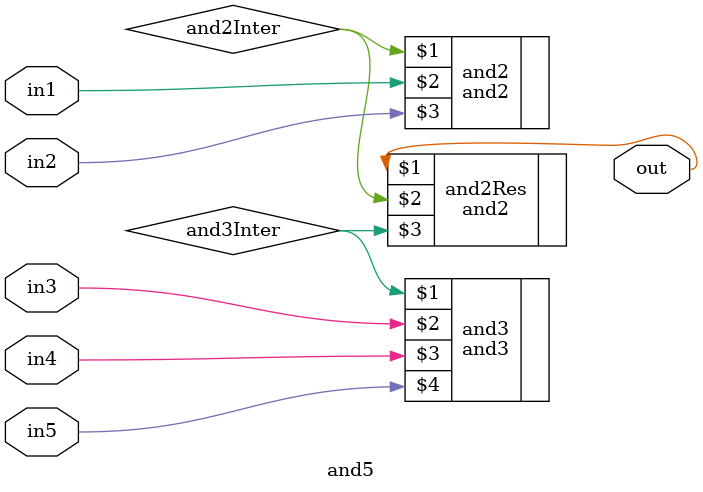
<source format=v>
/*

    CS 552 Spring '23
    
    5 input AND
*/
`default_nettype none
module and5(out, in1, in2, in3, in4, in5);
    output wire out;
    input wire in1, in2, in3, in4, in5;

    wire and2Inter, and3Inter;

    and2 and2(and2Inter, in1, in2);
    and3 and3(and3Inter, in3, in4, in5);
    and2 and2Res(out, and2Inter, and3Inter);
endmodule
`default_nettype wire

</source>
